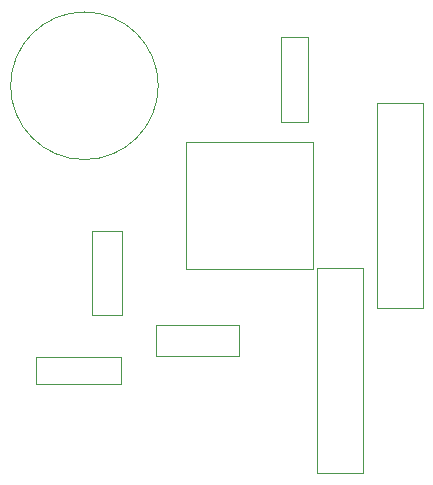
<source format=gbr>
G04 #@! TF.FileFunction,Other,User*
%FSLAX46Y46*%
G04 Gerber Fmt 4.6, Leading zero omitted, Abs format (unit mm)*
G04 Created by KiCad (PCBNEW 4.0.7) date 04/04/19 20:33:01*
%MOMM*%
%LPD*%
G01*
G04 APERTURE LIST*
%ADD10C,0.100000*%
%ADD11C,0.050000*%
G04 APERTURE END LIST*
D10*
D11*
X153155000Y-75445000D02*
X155455000Y-75445000D01*
X155455000Y-75445000D02*
X155455000Y-68295000D01*
X155455000Y-68295000D02*
X153155000Y-68295000D01*
X153155000Y-68295000D02*
X153155000Y-75445000D01*
X139580000Y-97670000D02*
X139580000Y-95370000D01*
X139580000Y-95370000D02*
X132430000Y-95370000D01*
X132430000Y-95370000D02*
X132430000Y-97670000D01*
X132430000Y-97670000D02*
X139580000Y-97670000D01*
X142765000Y-72390000D02*
G75*
G03X142765000Y-72390000I-6250000J0D01*
G01*
X139730000Y-84675000D02*
X137130000Y-84675000D01*
X137130000Y-84675000D02*
X137130000Y-91775000D01*
X137130000Y-91775000D02*
X139730000Y-91775000D01*
X139730000Y-91775000D02*
X139730000Y-84675000D01*
X149640000Y-95280000D02*
X149640000Y-92680000D01*
X149640000Y-92680000D02*
X142540000Y-92680000D01*
X142540000Y-92680000D02*
X142540000Y-95280000D01*
X142540000Y-95280000D02*
X149640000Y-95280000D01*
X161245000Y-91220000D02*
X165145000Y-91220000D01*
X165145000Y-91220000D02*
X165145000Y-73870000D01*
X165145000Y-73870000D02*
X161245000Y-73870000D01*
X161245000Y-73870000D02*
X161245000Y-91220000D01*
X156165000Y-105190000D02*
X160065000Y-105190000D01*
X160065000Y-105190000D02*
X160065000Y-87840000D01*
X160065000Y-87840000D02*
X156165000Y-87840000D01*
X156165000Y-87840000D02*
X156165000Y-105190000D01*
X145135000Y-77140000D02*
X145135000Y-87940000D01*
X145135000Y-87940000D02*
X155835000Y-87940000D01*
X155835000Y-87940000D02*
X155835000Y-77140000D01*
X155835000Y-77140000D02*
X145135000Y-77140000D01*
M02*

</source>
